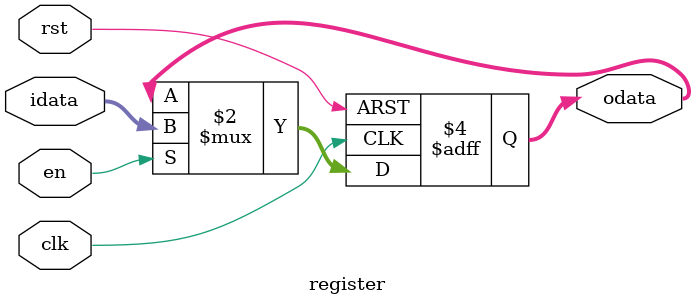
<source format=v>
/*MIT License

Copyright (c) 2020 Debtanu Mukherjee

Permission is hereby granted, free of charge, to any person obtaining a copy
of this software and associated documentation files (the "Software"), to deal
in the Software without restriction, including without limitation the rights
to use, copy, modify, merge, publish, distribute, sublicense, and/or sell
copies of the Software, and to permit persons to whom the Software is
furnished to do so, subject to the following conditions:

The above copyright notice and this permission notice shall be included in all
copies or substantial portions of the Software.

THE SOFTWARE IS PROVIDED "AS IS", WITHOUT WARRANTY OF ANY KIND, EXPRESS OR
IMPLIED, INCLUDING BUT NOT LIMITED TO THE WARRANTIES OF MERCHANTABILITY,
FITNESS FOR A PARTICULAR PURPOSE AND NONINFRINGEMENT. IN NO EVENT SHALL THE
AUTHORS OR COPYRIGHT HOLDERS BE LIABLE FOR ANY CLAIM, DAMAGES OR OTHER
LIABILITY, WHETHER IN AN ACTION OF CONTRACT, TORT OR OTHERWISE, ARISING FROM,
OUT OF OR IN CONNECTION WITH THE SOFTWARE OR THE USE OR OTHER DEALINGS IN THE
SOFTWARE.
*/


`timescale 10ns/1ns
module register(clk, rst, en, idata, odata);

parameter DATASIZE = 8;

input clk, rst, en;
input [DATASIZE-1:0] idata;
output [DATASIZE-1:0] odata;

reg [DATASIZE-1:0] odata;


always @(posedge clk or posedge rst) begin
	if(rst)
		odata <= {DATASIZE{1'b0}};
	else if(en)
		odata <= idata;
end


endmodule

</source>
